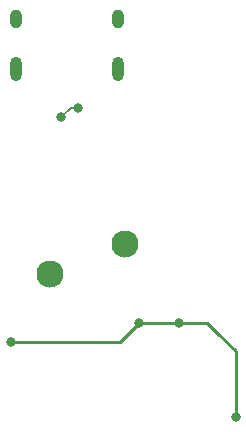
<source format=gbr>
%TF.GenerationSoftware,KiCad,Pcbnew,8.0.7*%
%TF.CreationDate,2025-02-15T22:59:02+05:30*%
%TF.ProjectId,isopcb,69736f70-6362-42e6-9b69-6361645f7063,rev?*%
%TF.SameCoordinates,Original*%
%TF.FileFunction,Copper,L1,Top*%
%TF.FilePolarity,Positive*%
%FSLAX46Y46*%
G04 Gerber Fmt 4.6, Leading zero omitted, Abs format (unit mm)*
G04 Created by KiCad (PCBNEW 8.0.7) date 2025-02-15 22:59:02*
%MOMM*%
%LPD*%
G01*
G04 APERTURE LIST*
%TA.AperFunction,ComponentPad*%
%ADD10C,2.300000*%
%TD*%
%TA.AperFunction,ComponentPad*%
%ADD11O,1.000000X1.600000*%
%TD*%
%TA.AperFunction,ComponentPad*%
%ADD12O,1.000000X2.100000*%
%TD*%
%TA.AperFunction,ViaPad*%
%ADD13C,0.800000*%
%TD*%
%TA.AperFunction,Conductor*%
%ADD14C,0.200000*%
%TD*%
%TA.AperFunction,Conductor*%
%ADD15C,0.250000*%
%TD*%
G04 APERTURE END LIST*
D10*
%TO.P,SW1,1,1*%
%TO.N,SW1*%
X162867000Y-91116600D03*
%TO.P,SW1,2,2*%
%TO.N,GND*%
X169217000Y-88576600D03*
%TD*%
D11*
%TO.P,J1,S1,SHIELD*%
%TO.N,GND*%
X159975900Y-69512800D03*
D12*
X159975900Y-73692800D03*
D11*
X168615900Y-69512800D03*
D12*
X168615900Y-73692800D03*
%TD*%
D13*
%TO.N,D+*%
X165270400Y-76988900D03*
X163821400Y-77782600D03*
%TO.N,VCC*%
X178582500Y-103181000D03*
X170392975Y-95244000D03*
X159533700Y-96831400D03*
X173820300Y-95244000D03*
%TD*%
D14*
%TO.N,D+*%
X164615100Y-76988900D02*
X163821400Y-77782600D01*
X165270400Y-76988900D02*
X164615100Y-76988900D01*
D15*
%TO.N,VCC*%
X176201400Y-95244000D02*
X173820300Y-95244000D01*
X178582500Y-97625100D02*
X176995100Y-96037700D01*
X176995100Y-96037700D02*
X176201400Y-95244000D01*
X168805575Y-96831400D02*
X159533700Y-96831400D01*
X178582500Y-103181000D02*
X178582500Y-97625100D01*
X170392975Y-95244000D02*
X168805575Y-96831400D01*
X170392975Y-95244000D02*
X173820300Y-95244000D01*
%TD*%
M02*

</source>
